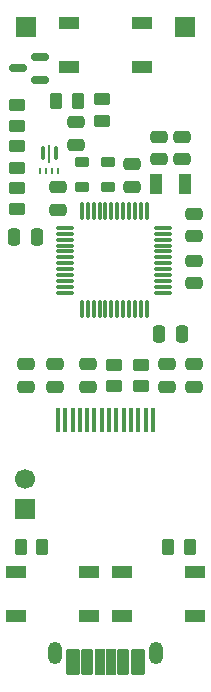
<source format=gbr>
%TF.GenerationSoftware,KiCad,Pcbnew,8.0.6*%
%TF.CreationDate,2025-01-15T19:29:55+01:00*%
%TF.ProjectId,boxmod,626f786d-6f64-42e6-9b69-6361645f7063,rev?*%
%TF.SameCoordinates,Original*%
%TF.FileFunction,Soldermask,Top*%
%TF.FilePolarity,Negative*%
%FSLAX46Y46*%
G04 Gerber Fmt 4.6, Leading zero omitted, Abs format (unit mm)*
G04 Created by KiCad (PCBNEW 8.0.6) date 2025-01-15 19:29:55*
%MOMM*%
%LPD*%
G01*
G04 APERTURE LIST*
G04 Aperture macros list*
%AMRoundRect*
0 Rectangle with rounded corners*
0 $1 Rounding radius*
0 $2 $3 $4 $5 $6 $7 $8 $9 X,Y pos of 4 corners*
0 Add a 4 corners polygon primitive as box body*
4,1,4,$2,$3,$4,$5,$6,$7,$8,$9,$2,$3,0*
0 Add four circle primitives for the rounded corners*
1,1,$1+$1,$2,$3*
1,1,$1+$1,$4,$5*
1,1,$1+$1,$6,$7*
1,1,$1+$1,$8,$9*
0 Add four rect primitives between the rounded corners*
20,1,$1+$1,$2,$3,$4,$5,0*
20,1,$1+$1,$4,$5,$6,$7,0*
20,1,$1+$1,$6,$7,$8,$9,0*
20,1,$1+$1,$8,$9,$2,$3,0*%
G04 Aperture macros list end*
%ADD10R,0.320000X2.000000*%
%ADD11RoundRect,0.250000X-0.450000X0.262500X-0.450000X-0.262500X0.450000X-0.262500X0.450000X0.262500X0*%
%ADD12RoundRect,0.218750X0.381250X-0.218750X0.381250X0.218750X-0.381250X0.218750X-0.381250X-0.218750X0*%
%ADD13RoundRect,0.250000X0.475000X-0.250000X0.475000X0.250000X-0.475000X0.250000X-0.475000X-0.250000X0*%
%ADD14RoundRect,0.250000X0.250000X0.475000X-0.250000X0.475000X-0.250000X-0.475000X0.250000X-0.475000X0*%
%ADD15RoundRect,0.250000X0.450000X-0.262500X0.450000X0.262500X-0.450000X0.262500X-0.450000X-0.262500X0*%
%ADD16RoundRect,0.150000X0.587500X0.150000X-0.587500X0.150000X-0.587500X-0.150000X0.587500X-0.150000X0*%
%ADD17RoundRect,0.250000X0.262500X0.450000X-0.262500X0.450000X-0.262500X-0.450000X0.262500X-0.450000X0*%
%ADD18RoundRect,0.250000X-0.475000X0.250000X-0.475000X-0.250000X0.475000X-0.250000X0.475000X0.250000X0*%
%ADD19RoundRect,0.087500X-0.087500X0.487500X-0.087500X-0.487500X0.087500X-0.487500X0.087500X0.487500X0*%
%ADD20RoundRect,0.050000X-0.050000X0.675000X-0.050000X-0.675000X0.050000X-0.675000X0.050000X0.675000X0*%
%ADD21RoundRect,0.062500X-0.062500X0.162500X-0.062500X-0.162500X0.062500X-0.162500X0.062500X0.162500X0*%
%ADD22R,1.800000X1.100000*%
%ADD23RoundRect,0.075000X-0.075000X0.662500X-0.075000X-0.662500X0.075000X-0.662500X0.075000X0.662500X0*%
%ADD24RoundRect,0.075000X-0.662500X0.075000X-0.662500X-0.075000X0.662500X-0.075000X0.662500X0.075000X0*%
%ADD25R,1.700000X1.700000*%
%ADD26RoundRect,0.102000X0.350000X1.000000X-0.350000X1.000000X-0.350000X-1.000000X0.350000X-1.000000X0*%
%ADD27RoundRect,0.102000X0.400000X1.000000X-0.400000X1.000000X-0.400000X-1.000000X0.400000X-1.000000X0*%
%ADD28RoundRect,0.102000X0.450000X1.000000X-0.450000X1.000000X-0.450000X-1.000000X0.450000X-1.000000X0*%
%ADD29O,1.204000X1.904000*%
%ADD30R,1.000000X1.800000*%
%ADD31RoundRect,0.250000X-0.250000X-0.475000X0.250000X-0.475000X0.250000X0.475000X-0.250000X0.475000X0*%
%ADD32RoundRect,0.250000X-0.262500X-0.450000X0.262500X-0.450000X0.262500X0.450000X-0.262500X0.450000X0*%
%ADD33C,1.700000*%
G04 APERTURE END LIST*
D10*
%TO.C,DS1*%
X91475200Y-86500000D03*
X92095200Y-86500000D03*
X92715200Y-86500000D03*
X93335200Y-86500000D03*
X93955200Y-86500000D03*
X94575200Y-86500000D03*
X95195200Y-86500000D03*
X95815200Y-86500000D03*
X96435200Y-86500000D03*
X97055200Y-86500000D03*
X97675200Y-86500000D03*
X98295200Y-86500000D03*
X98915200Y-86500000D03*
X99535200Y-86500000D03*
%TD*%
D11*
%TO.C,R8*%
X95250000Y-59337500D03*
X95250000Y-61162500D03*
%TD*%
D12*
%TO.C,L2*%
X93500000Y-66812500D03*
X93500000Y-64687500D03*
%TD*%
D13*
%TO.C,C5*%
X97750000Y-66750000D03*
X97750000Y-64850000D03*
%TD*%
D11*
%TO.C,R11*%
X88000000Y-66837500D03*
X88000000Y-68662500D03*
%TD*%
D14*
%TO.C,C21*%
X89700000Y-71000000D03*
X87800000Y-71000000D03*
%TD*%
D15*
%TO.C,R3*%
X96250000Y-83662500D03*
X96250000Y-81837500D03*
%TD*%
D11*
%TO.C,R2*%
X98500000Y-81837500D03*
X98500000Y-83662500D03*
%TD*%
D16*
%TO.C,Q2*%
X89937500Y-57700000D03*
X89937500Y-55800000D03*
X88062500Y-56750000D03*
%TD*%
D17*
%TO.C,R6*%
X102662500Y-97250000D03*
X100837500Y-97250000D03*
%TD*%
D11*
%TO.C,R10*%
X88000000Y-63337500D03*
X88000000Y-65162500D03*
%TD*%
D18*
%TO.C,C13*%
X100750000Y-81800000D03*
X100750000Y-83700000D03*
%TD*%
%TO.C,C11*%
X91250000Y-81800000D03*
X91250000Y-83700000D03*
%TD*%
D19*
%TO.C,U5*%
X91300000Y-63875000D03*
D20*
X90750000Y-64025000D03*
D19*
X90200000Y-63875000D03*
D21*
X90000000Y-65475000D03*
X90500000Y-65475000D03*
X91000000Y-65475000D03*
X91500000Y-65475000D03*
%TD*%
D22*
%TO.C,SW1*%
X96900000Y-99400000D03*
X103100000Y-99400000D03*
X96900000Y-103100000D03*
X103100000Y-103100000D03*
%TD*%
D18*
%TO.C,C6*%
X102000000Y-62550000D03*
X102000000Y-64450000D03*
%TD*%
%TO.C,C12*%
X94000000Y-81800000D03*
X94000000Y-83700000D03*
%TD*%
D22*
%TO.C,SW3*%
X98600000Y-56600000D03*
X92400000Y-56600000D03*
X98600000Y-52900000D03*
X92400000Y-52900000D03*
%TD*%
D15*
%TO.C,R12*%
X88000000Y-61662500D03*
X88000000Y-59837500D03*
%TD*%
D18*
%TO.C,C7*%
X103000000Y-69050000D03*
X103000000Y-70950000D03*
%TD*%
D12*
%TO.C,L1*%
X95750000Y-66812500D03*
X95750000Y-64687500D03*
%TD*%
D18*
%TO.C,C15*%
X100000000Y-62550000D03*
X100000000Y-64450000D03*
%TD*%
D23*
%TO.C,U3*%
X99000000Y-68837500D03*
X98500000Y-68837500D03*
X98000000Y-68837500D03*
X97500000Y-68837500D03*
X97000000Y-68837500D03*
X96500000Y-68837500D03*
X96000000Y-68837500D03*
X95500000Y-68837500D03*
X95000000Y-68837500D03*
X94500000Y-68837500D03*
X94000000Y-68837500D03*
X93500000Y-68837500D03*
D24*
X92087500Y-70250000D03*
X92087500Y-70750000D03*
X92087500Y-71250000D03*
X92087500Y-71750000D03*
X92087500Y-72250000D03*
X92087500Y-72750000D03*
X92087500Y-73250000D03*
X92087500Y-73750000D03*
X92087500Y-74250000D03*
X92087500Y-74750000D03*
X92087500Y-75250000D03*
X92087500Y-75750000D03*
D23*
X93500000Y-77162500D03*
X94000000Y-77162500D03*
X94500000Y-77162500D03*
X95000000Y-77162500D03*
X95500000Y-77162500D03*
X96000000Y-77162500D03*
X96500000Y-77162500D03*
X97000000Y-77162500D03*
X97500000Y-77162500D03*
X98000000Y-77162500D03*
X98500000Y-77162500D03*
X99000000Y-77162500D03*
D24*
X100412500Y-75750000D03*
X100412500Y-75250000D03*
X100412500Y-74750000D03*
X100412500Y-74250000D03*
X100412500Y-73750000D03*
X100412500Y-73250000D03*
X100412500Y-72750000D03*
X100412500Y-72250000D03*
X100412500Y-71750000D03*
X100412500Y-71250000D03*
X100412500Y-70750000D03*
X100412500Y-70250000D03*
%TD*%
D25*
%TO.C,J5*%
X102250000Y-53250000D03*
%TD*%
D18*
%TO.C,C14*%
X103000000Y-81800000D03*
X103000000Y-83700000D03*
%TD*%
D22*
%TO.C,SW2*%
X87900000Y-99400000D03*
X94100000Y-99400000D03*
X87900000Y-103100000D03*
X94100000Y-103100000D03*
%TD*%
D18*
%TO.C,C9*%
X93000000Y-61300000D03*
X93000000Y-63200000D03*
%TD*%
D26*
%TO.C,J1*%
X96000000Y-107050000D03*
D27*
X97020000Y-107050000D03*
D28*
X98250000Y-107050000D03*
D26*
X95000000Y-107050000D03*
D27*
X93980000Y-107050000D03*
D28*
X92750000Y-107050000D03*
D29*
X99770000Y-106250000D03*
X91230000Y-106250000D03*
%TD*%
D18*
%TO.C,C8*%
X91500000Y-66800000D03*
X91500000Y-68700000D03*
%TD*%
D30*
%TO.C,Y1*%
X102250000Y-66500000D03*
X99750000Y-66500000D03*
%TD*%
D25*
%TO.C,J4*%
X88750000Y-53250000D03*
%TD*%
D17*
%TO.C,R13*%
X93162500Y-59500000D03*
X91337500Y-59500000D03*
%TD*%
D31*
%TO.C,C20*%
X100050000Y-79250000D03*
X101950000Y-79250000D03*
%TD*%
D18*
%TO.C,C10*%
X88750000Y-81800000D03*
X88750000Y-83700000D03*
%TD*%
%TO.C,C4*%
X103000000Y-73050000D03*
X103000000Y-74950000D03*
%TD*%
D32*
%TO.C,R7*%
X88337500Y-97250000D03*
X90162500Y-97250000D03*
%TD*%
D33*
%TO.C,BT1*%
X88725000Y-91500000D03*
D25*
X88725000Y-94040000D03*
%TD*%
M02*

</source>
